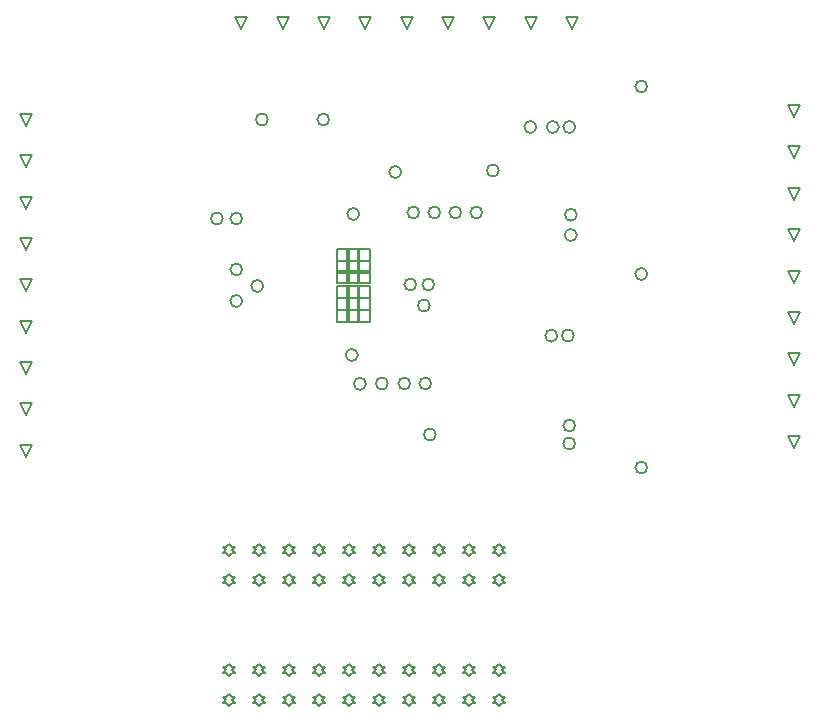
<source format=gbr>
%TF.GenerationSoftware,Altium Limited,Altium Designer,22.9.1 (49)*%
G04 Layer_Color=2752767*
%FSLAX25Y25*%
%MOIN*%
%TF.SameCoordinates,E4663CD6-9850-4590-99AB-2D6E941D03D6*%
%TF.FilePolarity,Positive*%
%TF.FileFunction,Drawing*%
%TF.Part,Single*%
G01*
G75*
%TA.AperFunction,NonConductor*%
%ADD57C,0.00500*%
%ADD58C,0.00667*%
D57*
X160992Y159366D02*
Y163366D01*
X164992D01*
Y159366D01*
X160992D01*
X164492D02*
Y163366D01*
X168492D01*
Y159366D01*
X164492D01*
X167992D02*
Y163366D01*
X171992D01*
Y159366D01*
X167992D01*
Y155366D02*
Y159366D01*
X171992D01*
Y155366D01*
X167992D01*
X164492D02*
Y159366D01*
X168492D01*
Y155366D01*
X164492D01*
X160992D02*
Y159366D01*
X164992D01*
Y155366D01*
X160992D01*
X164492Y151866D02*
Y155866D01*
X168492D01*
Y151866D01*
X164492D01*
X160992D02*
Y155866D01*
X164992D01*
Y151866D01*
X160992D01*
X167992D02*
Y155866D01*
X171992D01*
Y151866D01*
X167992D01*
X160992Y146866D02*
Y150866D01*
X164992D01*
Y146866D01*
X160992D01*
X164492D02*
Y150866D01*
X168492D01*
Y146866D01*
X164492D01*
Y142866D02*
Y146866D01*
X168492D01*
Y142866D01*
X164492D01*
X160992D02*
Y146866D01*
X164992D01*
Y142866D01*
X160992D01*
X164492Y138866D02*
Y142866D01*
X168492D01*
Y138866D01*
X164492D01*
X160992D02*
Y142866D01*
X164992D01*
Y138866D01*
X160992D01*
X167917Y146889D02*
Y150889D01*
X171917D01*
Y146889D01*
X167917D01*
Y142889D02*
Y146889D01*
X171917D01*
Y142889D01*
X167917D01*
Y138889D02*
Y142889D01*
X171917D01*
Y138889D01*
X167917D01*
X198059Y236500D02*
X196059Y240500D01*
X200059D01*
X198059Y236500D01*
X184280D02*
X182280Y240500D01*
X186279D01*
X184280Y236500D01*
X170500D02*
X168500Y240500D01*
X172500D01*
X170500Y236500D01*
X156720D02*
X154720Y240500D01*
X158721D01*
X156720Y236500D01*
X142941D02*
X140941Y240500D01*
X144941D01*
X142941Y236500D01*
X129161D02*
X127161Y240500D01*
X131161D01*
X129161Y236500D01*
X239398D02*
X237398Y240500D01*
X241398D01*
X239398Y236500D01*
X225618D02*
X223618Y240500D01*
X227618D01*
X225618Y236500D01*
X211839D02*
X209839Y240500D01*
X213839D01*
X211839Y236500D01*
X125000Y61000D02*
X126000Y62000D01*
X127000D01*
X126000Y63000D01*
X127000Y64000D01*
X126000D01*
X125000Y65000D01*
X124000Y64000D01*
X123000D01*
X124000Y63000D01*
X123000Y62000D01*
X124000D01*
X125000Y61000D01*
X135000D02*
X136000Y62000D01*
X137000D01*
X136000Y63000D01*
X137000Y64000D01*
X136000D01*
X135000Y65000D01*
X134000Y64000D01*
X133000D01*
X134000Y63000D01*
X133000Y62000D01*
X134000D01*
X135000Y61000D01*
X145000D02*
X146000Y62000D01*
X147000D01*
X146000Y63000D01*
X147000Y64000D01*
X146000D01*
X145000Y65000D01*
X144000Y64000D01*
X143000D01*
X144000Y63000D01*
X143000Y62000D01*
X144000D01*
X145000Y61000D01*
X155000D02*
X156000Y62000D01*
X157000D01*
X156000Y63000D01*
X157000Y64000D01*
X156000D01*
X155000Y65000D01*
X154000Y64000D01*
X153000D01*
X154000Y63000D01*
X153000Y62000D01*
X154000D01*
X155000Y61000D01*
X185000D02*
X186000Y62000D01*
X187000D01*
X186000Y63000D01*
X187000Y64000D01*
X186000D01*
X185000Y65000D01*
X184000Y64000D01*
X183000D01*
X184000Y63000D01*
X183000Y62000D01*
X184000D01*
X185000Y61000D01*
X195000D02*
X196000Y62000D01*
X197000D01*
X196000Y63000D01*
X197000Y64000D01*
X196000D01*
X195000Y65000D01*
X194000Y64000D01*
X193000D01*
X194000Y63000D01*
X193000Y62000D01*
X194000D01*
X195000Y61000D01*
X205000D02*
X206000Y62000D01*
X207000D01*
X206000Y63000D01*
X207000Y64000D01*
X206000D01*
X205000Y65000D01*
X204000Y64000D01*
X203000D01*
X204000Y63000D01*
X203000Y62000D01*
X204000D01*
X205000Y61000D01*
X215000D02*
X216000Y62000D01*
X217000D01*
X216000Y63000D01*
X217000Y64000D01*
X216000D01*
X215000Y65000D01*
X214000Y64000D01*
X213000D01*
X214000Y63000D01*
X213000Y62000D01*
X214000D01*
X215000Y61000D01*
X125000Y21000D02*
X126000Y22000D01*
X127000D01*
X126000Y23000D01*
X127000Y24000D01*
X126000D01*
X125000Y25000D01*
X124000Y24000D01*
X123000D01*
X124000Y23000D01*
X123000Y22000D01*
X124000D01*
X125000Y21000D01*
X135000D02*
X136000Y22000D01*
X137000D01*
X136000Y23000D01*
X137000Y24000D01*
X136000D01*
X135000Y25000D01*
X134000Y24000D01*
X133000D01*
X134000Y23000D01*
X133000Y22000D01*
X134000D01*
X135000Y21000D01*
X145000D02*
X146000Y22000D01*
X147000D01*
X146000Y23000D01*
X147000Y24000D01*
X146000D01*
X145000Y25000D01*
X144000Y24000D01*
X143000D01*
X144000Y23000D01*
X143000Y22000D01*
X144000D01*
X145000Y21000D01*
X155000D02*
X156000Y22000D01*
X157000D01*
X156000Y23000D01*
X157000Y24000D01*
X156000D01*
X155000Y25000D01*
X154000Y24000D01*
X153000D01*
X154000Y23000D01*
X153000Y22000D01*
X154000D01*
X155000Y21000D01*
X165000D02*
X166000Y22000D01*
X167000D01*
X166000Y23000D01*
X167000Y24000D01*
X166000D01*
X165000Y25000D01*
X164000Y24000D01*
X163000D01*
X164000Y23000D01*
X163000Y22000D01*
X164000D01*
X165000Y21000D01*
X175000D02*
X176000Y22000D01*
X177000D01*
X176000Y23000D01*
X177000Y24000D01*
X176000D01*
X175000Y25000D01*
X174000Y24000D01*
X173000D01*
X174000Y23000D01*
X173000Y22000D01*
X174000D01*
X175000Y21000D01*
X185000D02*
X186000Y22000D01*
X187000D01*
X186000Y23000D01*
X187000Y24000D01*
X186000D01*
X185000Y25000D01*
X184000Y24000D01*
X183000D01*
X184000Y23000D01*
X183000Y22000D01*
X184000D01*
X185000Y21000D01*
X195000D02*
X196000Y22000D01*
X197000D01*
X196000Y23000D01*
X197000Y24000D01*
X196000D01*
X195000Y25000D01*
X194000Y24000D01*
X193000D01*
X194000Y23000D01*
X193000Y22000D01*
X194000D01*
X195000Y21000D01*
X205000D02*
X206000Y22000D01*
X207000D01*
X206000Y23000D01*
X207000Y24000D01*
X206000D01*
X205000Y25000D01*
X204000Y24000D01*
X203000D01*
X204000Y23000D01*
X203000Y22000D01*
X204000D01*
X205000Y21000D01*
X215000D02*
X216000Y22000D01*
X217000D01*
X216000Y23000D01*
X217000Y24000D01*
X216000D01*
X215000Y25000D01*
X214000Y24000D01*
X213000D01*
X214000Y23000D01*
X213000Y22000D01*
X214000D01*
X215000Y21000D01*
X125000Y11000D02*
X126000Y12000D01*
X127000D01*
X126000Y13000D01*
X127000Y14000D01*
X126000D01*
X125000Y15000D01*
X124000Y14000D01*
X123000D01*
X124000Y13000D01*
X123000Y12000D01*
X124000D01*
X125000Y11000D01*
X135000D02*
X136000Y12000D01*
X137000D01*
X136000Y13000D01*
X137000Y14000D01*
X136000D01*
X135000Y15000D01*
X134000Y14000D01*
X133000D01*
X134000Y13000D01*
X133000Y12000D01*
X134000D01*
X135000Y11000D01*
X145000D02*
X146000Y12000D01*
X147000D01*
X146000Y13000D01*
X147000Y14000D01*
X146000D01*
X145000Y15000D01*
X144000Y14000D01*
X143000D01*
X144000Y13000D01*
X143000Y12000D01*
X144000D01*
X145000Y11000D01*
X155000D02*
X156000Y12000D01*
X157000D01*
X156000Y13000D01*
X157000Y14000D01*
X156000D01*
X155000Y15000D01*
X154000Y14000D01*
X153000D01*
X154000Y13000D01*
X153000Y12000D01*
X154000D01*
X155000Y11000D01*
X165000D02*
X166000Y12000D01*
X167000D01*
X166000Y13000D01*
X167000Y14000D01*
X166000D01*
X165000Y15000D01*
X164000Y14000D01*
X163000D01*
X164000Y13000D01*
X163000Y12000D01*
X164000D01*
X165000Y11000D01*
X175000D02*
X176000Y12000D01*
X177000D01*
X176000Y13000D01*
X177000Y14000D01*
X176000D01*
X175000Y15000D01*
X174000Y14000D01*
X173000D01*
X174000Y13000D01*
X173000Y12000D01*
X174000D01*
X175000Y11000D01*
X185000D02*
X186000Y12000D01*
X187000D01*
X186000Y13000D01*
X187000Y14000D01*
X186000D01*
X185000Y15000D01*
X184000Y14000D01*
X183000D01*
X184000Y13000D01*
X183000Y12000D01*
X184000D01*
X185000Y11000D01*
X195000D02*
X196000Y12000D01*
X197000D01*
X196000Y13000D01*
X197000Y14000D01*
X196000D01*
X195000Y15000D01*
X194000Y14000D01*
X193000D01*
X194000Y13000D01*
X193000Y12000D01*
X194000D01*
X195000Y11000D01*
X205000D02*
X206000Y12000D01*
X207000D01*
X206000Y13000D01*
X207000Y14000D01*
X206000D01*
X205000Y15000D01*
X204000Y14000D01*
X203000D01*
X204000Y13000D01*
X203000Y12000D01*
X204000D01*
X205000Y11000D01*
X215000D02*
X216000Y12000D01*
X217000D01*
X216000Y13000D01*
X217000Y14000D01*
X216000D01*
X215000Y15000D01*
X214000Y14000D01*
X213000D01*
X214000Y13000D01*
X213000Y12000D01*
X214000D01*
X215000Y11000D01*
X57500Y94102D02*
X55500Y98102D01*
X59500D01*
X57500Y94102D01*
X313500Y138382D02*
X311500Y142382D01*
X315500D01*
X313500Y138382D01*
Y152161D02*
X311500Y156161D01*
X315500D01*
X313500Y152161D01*
Y165941D02*
X311500Y169941D01*
X315500D01*
X313500Y165941D01*
Y179720D02*
X311500Y183721D01*
X315500D01*
X313500Y179720D01*
Y193500D02*
X311500Y197500D01*
X315500D01*
X313500Y193500D01*
Y207279D02*
X311500Y211280D01*
X315500D01*
X313500Y207279D01*
Y97043D02*
X311500Y101043D01*
X315500D01*
X313500Y97043D01*
Y110823D02*
X311500Y114823D01*
X315500D01*
X313500Y110823D01*
Y124602D02*
X311500Y128602D01*
X315500D01*
X313500Y124602D01*
X215000Y51000D02*
X216000Y52000D01*
X217000D01*
X216000Y53000D01*
X217000Y54000D01*
X216000D01*
X215000Y55000D01*
X214000Y54000D01*
X213000D01*
X214000Y53000D01*
X213000Y52000D01*
X214000D01*
X215000Y51000D01*
X205000D02*
X206000Y52000D01*
X207000D01*
X206000Y53000D01*
X207000Y54000D01*
X206000D01*
X205000Y55000D01*
X204000Y54000D01*
X203000D01*
X204000Y53000D01*
X203000Y52000D01*
X204000D01*
X205000Y51000D01*
X195000D02*
X196000Y52000D01*
X197000D01*
X196000Y53000D01*
X197000Y54000D01*
X196000D01*
X195000Y55000D01*
X194000Y54000D01*
X193000D01*
X194000Y53000D01*
X193000Y52000D01*
X194000D01*
X195000Y51000D01*
X185000D02*
X186000Y52000D01*
X187000D01*
X186000Y53000D01*
X187000Y54000D01*
X186000D01*
X185000Y55000D01*
X184000Y54000D01*
X183000D01*
X184000Y53000D01*
X183000Y52000D01*
X184000D01*
X185000Y51000D01*
X175000D02*
X176000Y52000D01*
X177000D01*
X176000Y53000D01*
X177000Y54000D01*
X176000D01*
X175000Y55000D01*
X174000Y54000D01*
X173000D01*
X174000Y53000D01*
X173000Y52000D01*
X174000D01*
X175000Y51000D01*
X165000D02*
X166000Y52000D01*
X167000D01*
X166000Y53000D01*
X167000Y54000D01*
X166000D01*
X165000Y55000D01*
X164000Y54000D01*
X163000D01*
X164000Y53000D01*
X163000Y52000D01*
X164000D01*
X165000Y51000D01*
X155000D02*
X156000Y52000D01*
X157000D01*
X156000Y53000D01*
X157000Y54000D01*
X156000D01*
X155000Y55000D01*
X154000Y54000D01*
X153000D01*
X154000Y53000D01*
X153000Y52000D01*
X154000D01*
X155000Y51000D01*
X145000D02*
X146000Y52000D01*
X147000D01*
X146000Y53000D01*
X147000Y54000D01*
X146000D01*
X145000Y55000D01*
X144000Y54000D01*
X143000D01*
X144000Y53000D01*
X143000Y52000D01*
X144000D01*
X145000Y51000D01*
X135000D02*
X136000Y52000D01*
X137000D01*
X136000Y53000D01*
X137000Y54000D01*
X136000D01*
X135000Y55000D01*
X134000Y54000D01*
X133000D01*
X134000Y53000D01*
X133000Y52000D01*
X134000D01*
X135000Y51000D01*
X125000D02*
X126000Y52000D01*
X127000D01*
X126000Y53000D01*
X127000Y54000D01*
X126000D01*
X125000Y55000D01*
X124000Y54000D01*
X123000D01*
X124000Y53000D01*
X123000Y52000D01*
X124000D01*
X125000Y51000D01*
X175000Y61000D02*
X176000Y62000D01*
X177000D01*
X176000Y63000D01*
X177000Y64000D01*
X176000D01*
X175000Y65000D01*
X174000Y64000D01*
X173000D01*
X174000Y63000D01*
X173000Y62000D01*
X174000D01*
X175000Y61000D01*
X165000D02*
X166000Y62000D01*
X167000D01*
X166000Y63000D01*
X167000Y64000D01*
X166000D01*
X165000Y65000D01*
X164000Y64000D01*
X163000D01*
X164000Y63000D01*
X163000Y62000D01*
X164000D01*
X165000Y61000D01*
X57500Y135441D02*
X55500Y139441D01*
X59500D01*
X57500Y135441D01*
Y149221D02*
X55500Y153220D01*
X59500D01*
X57500Y149221D01*
Y163000D02*
X55500Y167000D01*
X59500D01*
X57500Y163000D01*
Y176779D02*
X55500Y180780D01*
X59500D01*
X57500Y176779D01*
Y190559D02*
X55500Y194559D01*
X59500D01*
X57500Y190559D01*
Y204339D02*
X55500Y208339D01*
X59500D01*
X57500Y204339D01*
Y107882D02*
X55500Y111882D01*
X59500D01*
X57500Y107882D01*
Y121661D02*
X55500Y125661D01*
X59500D01*
X57500Y121661D01*
D58*
X234500Y134459D02*
G03*
X234500Y134459I-2000J0D01*
G01*
X185500Y118500D02*
G03*
X185500Y118500I-2000J0D01*
G01*
X192500D02*
G03*
X192500Y118500I-2000J0D01*
G01*
X138000Y206500D02*
G03*
X138000Y206500I-2000J0D01*
G01*
X158500D02*
G03*
X158500Y206500I-2000J0D01*
G01*
X182500Y189000D02*
G03*
X182500Y189000I-2000J0D01*
G01*
X123000Y173500D02*
G03*
X123000Y173500I-2000J0D01*
G01*
X129500D02*
G03*
X129500Y173500I-2000J0D01*
G01*
Y156500D02*
G03*
X129500Y156500I-2000J0D01*
G01*
Y146000D02*
G03*
X129500Y146000I-2000J0D01*
G01*
X192000Y144500D02*
G03*
X192000Y144500I-2000J0D01*
G01*
X178000Y118500D02*
G03*
X178000Y118500I-2000J0D01*
G01*
X170700Y118400D02*
G03*
X170700Y118400I-2000J0D01*
G01*
X136500Y151000D02*
G03*
X136500Y151000I-2000J0D01*
G01*
X168500Y175000D02*
G03*
X168500Y175000I-2000J0D01*
G01*
X168000Y128000D02*
G03*
X168000Y128000I-2000J0D01*
G01*
X194000Y101500D02*
G03*
X194000Y101500I-2000J0D01*
G01*
X202500Y175500D02*
G03*
X202500Y175500I-2000J0D01*
G01*
X215000Y189500D02*
G03*
X215000Y189500I-2000J0D01*
G01*
X264500Y217500D02*
G03*
X264500Y217500I-2000J0D01*
G01*
Y90500D02*
G03*
X264500Y90500I-2000J0D01*
G01*
Y155000D02*
G03*
X264500Y155000I-2000J0D01*
G01*
X193500Y151500D02*
G03*
X193500Y151500I-2000J0D01*
G01*
X240000Y134500D02*
G03*
X240000Y134500I-2000J0D01*
G01*
X227500Y204000D02*
G03*
X227500Y204000I-2000J0D01*
G01*
X241000Y174750D02*
G03*
X241000Y174750I-2000J0D01*
G01*
X240975Y168000D02*
G03*
X240975Y168000I-2000J0D01*
G01*
X187500Y151500D02*
G03*
X187500Y151500I-2000J0D01*
G01*
X195500Y175500D02*
G03*
X195500Y175500I-2000J0D01*
G01*
X240500Y104500D02*
G03*
X240500Y104500I-2000J0D01*
G01*
X240475Y98500D02*
G03*
X240475Y98500I-2000J0D01*
G01*
X240500Y204000D02*
G03*
X240500Y204000I-2000J0D01*
G01*
X235000D02*
G03*
X235000Y204000I-2000J0D01*
G01*
X209500Y175500D02*
G03*
X209500Y175500I-2000J0D01*
G01*
X188500D02*
G03*
X188500Y175500I-2000J0D01*
G01*
%TF.MD5,e7f37cf6206e5adbdd0be65b4c4fe880*%
M02*

</source>
